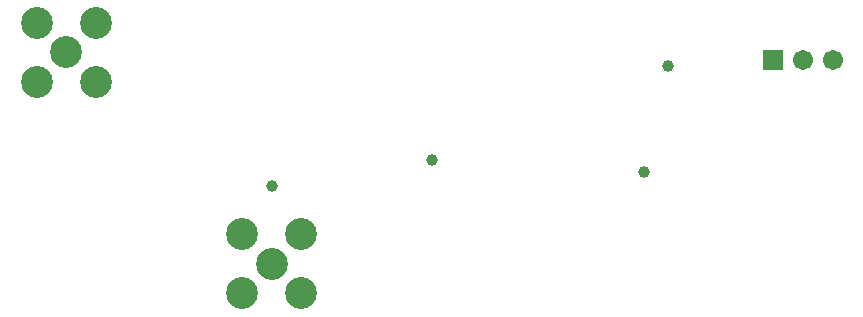
<source format=gbs>
G04*
G04 #@! TF.GenerationSoftware,Altium Limited,Altium Designer,22.6.1 (34)*
G04*
G04 Layer_Color=16711935*
%FSLAX44Y44*%
%MOMM*%
G71*
G04*
G04 #@! TF.SameCoordinates,4A2B6ED2-E769-494B-A906-BAD3D60E24F7*
G04*
G04*
G04 #@! TF.FilePolarity,Negative*
G04*
G01*
G75*
%ADD15C,2.7032*%
%ADD16R,1.7032X1.7032*%
%ADD17C,1.7032*%
%ADD18C,1.0032*%
D15*
X516020Y1006710D02*
D03*
X566020D02*
D03*
Y956710D02*
D03*
X516020D02*
D03*
X541020Y981710D02*
D03*
X342030Y1185780D02*
D03*
X392030D02*
D03*
Y1135780D02*
D03*
X342030D02*
D03*
X367030Y1160780D02*
D03*
D16*
X965200Y1154430D02*
D03*
D17*
X990600D02*
D03*
X1016000D02*
D03*
D18*
X676910Y1069340D02*
D03*
X541020Y1047750D02*
D03*
X876300Y1149350D02*
D03*
X855980Y1059180D02*
D03*
M02*

</source>
